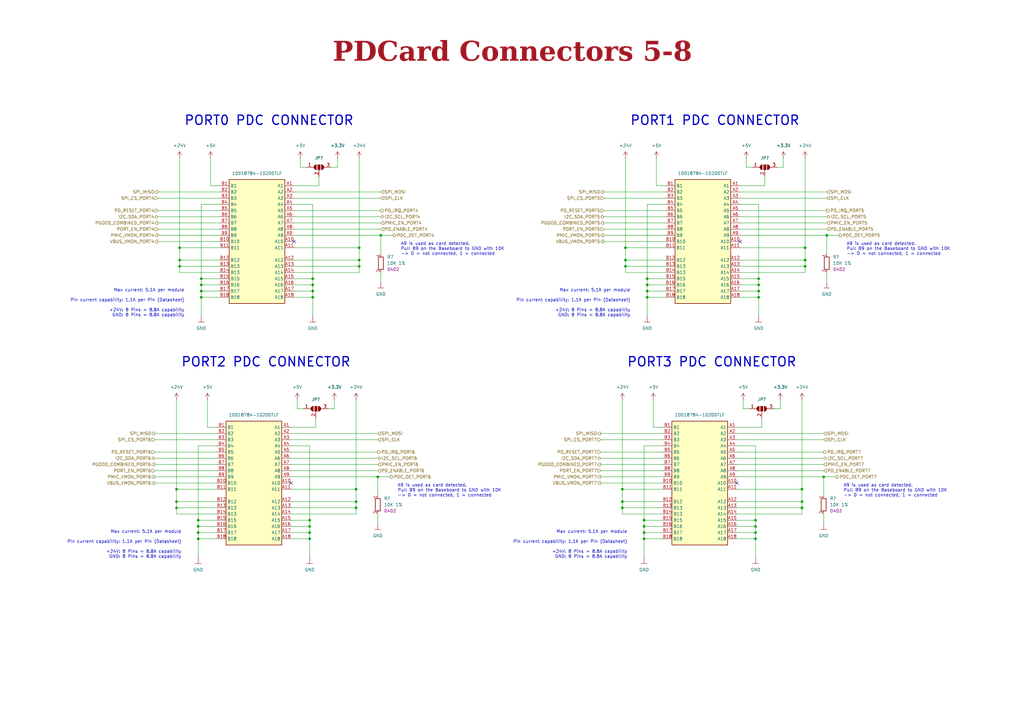
<source format=kicad_sch>
(kicad_sch (version 20250114) (generator "eeschema") (generator_version "9.0")
  (paper "A3")
  (title_block (title "PDCard Connectors 5-8") (date "2026-02-05") (rev "1.0.0") (company "DvidMakesThings"))
  (lib_symbols
    (symbol "DS_Connector:PCIe 1x Connector" (exclude_from_sim yes) (in_bom no)
      (property "Value" "10018784-10200TLF" (at -1.778 -9.144 0))
      (symbol "PCIe 1x Connector_0_1"
        (rectangle (start -3.81 43.18) (end 19.05 -7.62) (stroke (width 0.254)) (fill (type background)))
      )
      (symbol "PCIe 1x Connector_1_1"
        (pin passive line (at -7.62 40.64 0) (length 3.81) (name "B1") (number "B1"))
        (pin passive line (at -7.62 38.1 0) (length 3.81) (name "B2") (number "B2"))
        (pin passive line (at -7.62 35.56 0) (length 3.81) (name "B3") (number "B3"))
        (pin passive line (at -7.62 33.02 0) (length 3.81) (name "B4") (number "B4"))
        (pin passive line (at -7.62 30.48 0) (length 3.81) (name "B5") (number "B5"))
        (pin passive line (at -7.62 27.94 0) (length 3.81) (name "B6") (number "B6"))
        (pin passive line (at -7.62 25.4 0) (length 3.81) (name "B7") (number "B7"))
        (pin passive line (at -7.62 22.86 0) (length 3.81) (name "B8") (number "B8"))
        (pin passive line (at -7.62 20.32 0) (length 3.81) (name "B9") (number "B9"))
        (pin passive line (at -7.62 17.78 0) (length 3.81) (name "B10") (number "B10"))
        (pin passive line (at -7.62 15.24 0) (length 3.81) (name "B11") (number "B11"))
        (pin passive line (at -7.62 10.16 0) (length 3.81) (name "B12") (number "B12"))
        (pin passive line (at -7.62 7.62 0) (length 3.81) (name "B13") (number "B13"))
        (pin passive line (at -7.62 5.08 0) (length 3.81) (name "B13") (number "B14"))
        (pin passive line (at -7.62 2.54 0) (length 3.81) (name "B15") (number "B15"))
        (pin passive line (at -7.62 0 0) (length 3.81) (name "B16") (number "B16"))
        (pin passive line (at -7.62 -2.54 0) (length 3.81) (name "B17") (number "B17"))
        (pin passive line (at -7.62 -5.08 0) (length 3.81) (name "B18") (number "B18"))
        (pin passive line (at 22.86 40.64 180) (length 3.81) (name "A1") (number "A1"))
        (pin passive line (at 22.86 38.1 180) (length 3.81) (name "A2") (number "A2"))
        (pin passive line (at 22.86 35.56 180) (length 3.81) (name "A3") (number "A3"))
        (pin passive line (at 22.86 33.02 180) (length 3.81) (name "A4") (number "A4"))
        (pin passive line (at 22.86 30.48 180) (length 3.81) (name "A5") (number "A5"))
        (pin passive line (at 22.86 27.94 180) (length 3.81) (name "A6") (number "A6"))
        (pin passive line (at 22.86 25.4 180) (length 3.81) (name "A7") (number "A7"))
        (pin passive line (at 22.86 22.86 180) (length 3.81) (name "A8") (number "A8"))
        (pin passive line (at 22.86 20.32 180) (length 3.81) (name "A9") (number "A9"))
        (pin passive line (at 22.86 17.78 180) (length 3.81) (name "A10") (number "A10"))
        (pin passive line (at 22.86 15.24 180) (length 3.81) (name "A11") (number "A11"))
        (pin passive line (at 22.86 10.16 180) (length 3.81) (name "A12") (number "A12"))
        (pin passive line (at 22.86 7.62 180) (length 3.81) (name "A13") (number "A13"))
        (pin passive line (at 22.86 5.08 180) (length 3.81) (name "A14") (number "A14"))
        (pin passive line (at 22.86 2.54 180) (length 3.81) (name "A15") (number "A15"))
        (pin passive line (at 22.86 0 180) (length 3.81) (name "A16") (number "A16"))
        (pin passive line (at 22.86 -2.54 180) (length 3.81) (name "A17") (number "A17"))
        (pin passive line (at 22.86 -5.08 180) (length 3.81) (name "A18") (number "A18"))
      )
    )
    (symbol "DS_Resistor_0402:10K 1% 0402"
      (property "Reference" "R" (at 2.032 2.032 0))
      (property "Value" "10K 1%" (at 2.032 0 0))
      (property "FOOTPRINT_SHORT" "0402" (at 2.032 -2.032 0))
      (symbol "10K 1% 0402_0_1"
        (rectangle (start -1.016 2.54) (end 1.016 -2.54) (stroke (width 0.254)))
      )
      (symbol "10K 1% 0402_1_1"
        (pin passive line (at 0 3.81 270) (length 1.27) (name "~") (number "1"))
        (pin passive line (at 0 -3.81 90) (length 1.27) (name "~") (number "2"))
      )
    )
    (symbol "DS_Supply:GND" (power) (pin_numbers (hide yes)) (pin_names (offset 0) (hide yes))
      (property "Value" "GND" (at 0 -3.81 0))
      (symbol "GND_0_1"
        (polyline (pts (xy 0 0) (xy 0 -2.54) (xy 1.27 -2.54) (xy 0 -2.54) (xy -1.27 -2.54) (xy 0 -2.54)))
      )
      (symbol "GND_1_1"
        (pin power_in line (at 0 0 270) (length 0) (name "~") (number "1"))
      )
    )
    (symbol "Jumper:SolderJumper_3_Open" (pin_names (offset 0) (hide yes)) (in_bom no)
      (property "Reference" "JP" (at -2.54 -2.54 0))
      (property "Value" "SolderJumper_3_Open" (at 0 2.794 0))
      (symbol "SolderJumper_3_Open_0_1"
        (polyline (pts (xy -2.54 0) (xy -2.032 0)))
        (polyline (pts (xy -1.016 1.016) (xy -1.016 -1.016)))
        (arc (start -1.016 -1.016) (mid -2.0276 0) (end -1.016 1.016))
        (arc (start -1.016 -1.016) (mid -2.0276 0) (end -1.016 1.016) (fill (type outline)))
        (rectangle (start -0.508 1.016) (end 0.508 -1.016) (fill (type outline)))
        (polyline (pts (xy 0 -1.27) (xy 0 -1.016)))
        (arc (start 1.016 1.016) (mid 2.0276 0) (end 1.016 -1.016))
        (arc (start 1.016 1.016) (mid 2.0276 0) (end 1.016 -1.016) (fill (type outline)))
        (polyline (pts (xy 1.016 1.016) (xy 1.016 -1.016)))
        (polyline (pts (xy 2.54 0) (xy 2.032 0)))
      )
      (symbol "SolderJumper_3_Open_1_1"
        (pin passive line (at -5.08 0 0) (length 2.54) (name "A") (number "1"))
        (pin passive line (at 0 -3.81 90) (length 2.54) (name "C") (number "2"))
        (pin passive line (at 5.08 0 180) (length 2.54) (name "B") (number "3"))
      )
    )
    (symbol "power:+24V" (power) (pin_numbers (hide yes)) (pin_names (offset 0) (hide yes))
      (property "Value" "+24V" (at 0 3.556 0))
      (symbol "+24V_0_1"
        (polyline (pts (xy -0.762 1.27) (xy 0 2.54)))
        (polyline (pts (xy 0 2.54) (xy 0.762 1.27)))
        (polyline (pts (xy 0 0) (xy 0 2.54)))
      )
      (symbol "+24V_1_1"
        (pin power_in line (at 0 0 90) (length 0) (name "~") (number "1"))
      )
    )
    (symbol "power:+3.3V" (power) (pin_numbers (hide yes)) (pin_names (offset 0) (hide yes))
      (property "Value" "+3.3V" (at 0 3.556 0))
      (symbol "+3.3V_0_1"
        (polyline (pts (xy -0.762 1.27) (xy 0 2.54)))
        (polyline (pts (xy 0 2.54) (xy 0.762 1.27)))
        (polyline (pts (xy 0 0) (xy 0 2.54)))
      )
      (symbol "+3.3V_1_1"
        (pin power_in line (at 0 0 90) (length 0) (name "~") (number "1"))
      )
    )
    (symbol "power:+5V" (power) (pin_numbers (hide yes)) (pin_names (offset 0) (hide yes))
      (property "Value" "+5V" (at 0 3.556 0))
      (symbol "+5V_0_1"
        (polyline (pts (xy -0.762 1.27) (xy 0 2.54)))
        (polyline (pts (xy 0 2.54) (xy 0.762 1.27)))
        (polyline (pts (xy 0 0) (xy 0 2.54)))
      )
      (symbol "+5V_1_1"
        (pin power_in line (at 0 0 90) (length 0) (name "~") (number "1"))
      )
    )
  )
  (text "A9 is used as card detected.\nPull B9 on the Baseboard to GND with 10K\n-> 0 = not connected, 1 = connected" (at 163.068 201.168 0) (effects (font (size 1.27 1.27)) (justify left)))
  (text "Max current: 5.1A per module\n\nPin current capability: 1.1A per Pin (Datasheet)\n\n+24V: 8 Pins = 8.8A capability\nGND: 8 Pins = 8.8A capability" (at 75.692 124.206 0) (effects (font (size 1.27 1.27)) (justify right)))
  (text "PORT1 PDC CONNECTOR" (at 258.318 49.53 0) (effects (font (size 3.81 3.81) (thickness 0.508) (bold yes)) (justify left)))
  (text "A9 is used as card detected.\nPull B9 on the Baseboard to GND with 10K\n-> 0 = not connected, 1 = connected" (at 345.948 201.168 0) (effects (font (size 1.27 1.27)) (justify left)))
  (text "PORT3 PDC CONNECTOR" (at 257.048 148.59 0) (effects (font (size 3.81 3.81) (thickness 0.508) (bold yes)) (justify left)))
  (text "Max current: 5.1A per module\n\nPin current capability: 1.1A per Pin (Datasheet)\n\n+24V: 8 Pins = 8.8A capability\nGND: 8 Pins = 8.8A capability" (at 258.572 124.206 0) (effects (font (size 1.27 1.27)) (justify right)))
  (text "A9 is used as card detected.\nPull B9 on the Baseboard to GND with 10K\n-> 0 = not connected, 1 = connected" (at 347.218 102.108 0) (effects (font (size 1.27 1.27)) (justify left)))
  (text "PORT0 PDC CONNECTOR" (at 75.438 49.53 0) (effects (font (size 3.81 3.81) (thickness 0.508) (bold yes)) (justify left)))
  (text "A9 is used as card detected.\nPull B9 on the Baseboard to GND with 10K\n-> 0 = not connected, 1 = connected" (at 164.338 102.108 0) (effects (font (size 1.27 1.27)) (justify left)))
  (text "PORT2 PDC CONNECTOR" (at 74.168 148.59 0) (effects (font (size 3.81 3.81) (thickness 0.508) (bold yes)) (justify left)))
  (text "Max current: 5.1A per module\n\nPin current capability: 1.1A per Pin (Datasheet)\n\n+24V: 8 Pins = 8.8A capability\nGND: 8 Pins = 8.8A capability" (at 257.302 223.266 0) (effects (font (size 1.27 1.27)) (justify right)))
  (text "Max current: 5.1A per module\n\nPin current capability: 1.1A per Pin (Datasheet)\n\n+24V: 8 Pins = 8.8A capability\nGND: 8 Pins = 8.8A capability" (at 74.422 223.266 0) (effects (font (size 1.27 1.27)) (justify right)))
  (text_box "PDCard Connectors 5-8" (at 12.7 15.24 0) (size 394.97 12.7) (margins 5.9999 5.9999 5.9999 5.9999) (stroke (width -0.0001)) (effects (font (size 8 8) (thickness 1.2) (bold yes))))
  (junction (at 328.93 208.28))
  (junction (at 311.15 121.92))
  (junction (at 82.55 116.84))
  (junction (at 73.66 101.6))
  (junction (at 255.27 208.28))
  (junction (at 154.94 195.58))
  (junction (at 309.88 218.44))
  (junction (at 265.43 121.92))
  (junction (at 256.54 109.22))
  (junction (at 256.54 106.68))
  (junction (at 264.16 220.98))
  (junction (at 311.15 119.38))
  (junction (at 311.15 114.3))
  (junction (at 256.54 101.6))
  (junction (at 147.32 106.68))
  (junction (at 72.39 205.74))
  (junction (at 127 218.44))
  (junction (at 309.88 215.9))
  (junction (at 146.05 205.74))
  (junction (at 81.28 218.44))
  (junction (at 147.32 109.22))
  (junction (at 82.55 114.3))
  (junction (at 311.15 116.84))
  (junction (at 330.2 101.6))
  (junction (at 264.16 218.44))
  (junction (at 72.39 208.28))
  (junction (at 82.55 121.92))
  (junction (at 147.32 101.6))
  (junction (at 265.43 119.38))
  (junction (at 82.55 119.38))
  (junction (at 339.09 96.52))
  (junction (at 309.88 213.36))
  (junction (at 255.27 205.74))
  (junction (at 146.05 200.66))
  (junction (at 146.05 208.28))
  (junction (at 328.93 205.74))
  (junction (at 81.28 220.98))
  (junction (at 73.66 106.68))
  (junction (at 128.27 121.92))
  (junction (at 255.27 200.66))
  (junction (at 128.27 119.38))
  (junction (at 330.2 109.22))
  (junction (at 127 215.9))
  (junction (at 337.82 195.58))
  (junction (at 265.43 116.84))
  (junction (at 73.66 109.22))
  (junction (at 328.93 200.66))
  (junction (at 128.27 116.84))
  (junction (at 330.2 106.68))
  (junction (at 264.16 213.36))
  (junction (at 72.39 200.66))
  (junction (at 264.16 215.9))
  (junction (at 309.88 220.98))
  (junction (at 128.27 114.3))
  (junction (at 127 213.36))
  (junction (at 265.43 114.3))
  (junction (at 81.28 215.9))
  (junction (at 156.21 96.52))
  (junction (at 81.28 213.36))
  (junction (at 127 220.98))
  (no_connect (at 302.26 198.12))
  (no_connect (at 119.38 198.12))
  (no_connect (at 303.53 99.06))
  (no_connect (at 120.65 99.06))
  (wire (pts (xy 328.93 208.28) (xy 328.93 210.82)))
  (wire (pts (xy 246.38 198.12) (xy 271.78 198.12)))
  (wire (pts (xy 154.94 214.63) (xy 154.94 210.82)))
  (wire (pts (xy 64.77 88.9) (xy 90.17 88.9)))
  (wire (pts (xy 247.65 81.28) (xy 273.05 81.28)))
  (wire (pts (xy 81.28 213.36) (xy 81.28 215.9)))
  (wire (pts (xy 121.92 167.64) (xy 124.46 167.64)))
  (wire (pts (xy 303.53 88.9) (xy 339.09 88.9)))
  (wire (pts (xy 246.38 180.34) (xy 271.78 180.34)))
  (wire (pts (xy 156.21 115.57) (xy 156.21 111.76)))
  (wire (pts (xy 119.38 220.98) (xy 127 220.98)))
  (wire (pts (xy 337.82 214.63) (xy 337.82 210.82)))
  (wire (pts (xy 264.16 215.9) (xy 271.78 215.9)))
  (wire (pts (xy 309.88 182.88) (xy 309.88 213.36)))
  (wire (pts (xy 302.26 190.5) (xy 337.82 190.5)))
  (wire (pts (xy 302.26 210.82) (xy 328.93 210.82)))
  (wire (pts (xy 311.15 121.92) (xy 311.15 129.54)))
  (wire (pts (xy 137.16 163.83) (xy 137.16 167.64)))
  (wire (pts (xy 265.43 83.82) (xy 265.43 114.3)))
  (wire (pts (xy 90.17 111.76) (xy 73.66 111.76)))
  (wire (pts (xy 247.65 99.06) (xy 273.05 99.06)))
  (wire (pts (xy 82.55 114.3) (xy 82.55 116.84)))
  (wire (pts (xy 265.43 119.38) (xy 273.05 119.38)))
  (wire (pts (xy 119.38 218.44) (xy 127 218.44)))
  (wire (pts (xy 147.32 106.68) (xy 147.32 109.22)))
  (wire (pts (xy 81.28 218.44) (xy 81.28 220.98)))
  (wire (pts (xy 120.65 81.28) (xy 156.21 81.28)))
  (wire (pts (xy 63.5 195.58) (xy 88.9 195.58)))
  (wire (pts (xy 81.28 220.98) (xy 88.9 220.98)))
  (wire (pts (xy 309.88 215.9) (xy 309.88 218.44)))
  (wire (pts (xy 267.97 163.83) (xy 267.97 175.26)))
  (wire (pts (xy 120.65 116.84) (xy 128.27 116.84)))
  (wire (pts (xy 81.28 215.9) (xy 81.28 218.44)))
  (wire (pts (xy 147.32 106.68) (xy 147.32 101.6)))
  (wire (pts (xy 273.05 114.3) (xy 265.43 114.3)))
  (wire (pts (xy 247.65 86.36) (xy 273.05 86.36)))
  (wire (pts (xy 72.39 210.82) (xy 72.39 208.28)))
  (wire (pts (xy 120.65 121.92) (xy 128.27 121.92)))
  (wire (pts (xy 63.5 185.42) (xy 88.9 185.42)))
  (wire (pts (xy 138.43 64.77) (xy 138.43 68.58)))
  (wire (pts (xy 88.9 210.82) (xy 72.39 210.82)))
  (wire (pts (xy 271.78 208.28) (xy 255.27 208.28)))
  (wire (pts (xy 273.05 109.22) (xy 256.54 109.22)))
  (wire (pts (xy 264.16 182.88) (xy 264.16 213.36)))
  (wire (pts (xy 82.55 116.84) (xy 82.55 119.38)))
  (wire (pts (xy 330.2 101.6) (xy 330.2 64.77)))
  (wire (pts (xy 88.9 205.74) (xy 72.39 205.74)))
  (wire (pts (xy 302.26 215.9) (xy 309.88 215.9)))
  (wire (pts (xy 302.26 200.66) (xy 328.93 200.66)))
  (wire (pts (xy 273.05 83.82) (xy 265.43 83.82)))
  (wire (pts (xy 303.53 91.44) (xy 339.09 91.44)))
  (wire (pts (xy 320.04 163.83) (xy 320.04 167.64)))
  (wire (pts (xy 120.65 76.2) (xy 130.81 76.2)))
  (wire (pts (xy 120.65 109.22) (xy 147.32 109.22)))
  (wire (pts (xy 311.15 116.84) (xy 311.15 119.38)))
  (wire (pts (xy 73.66 101.6) (xy 73.66 106.68)))
  (wire (pts (xy 303.53 93.98) (xy 339.09 93.98)))
  (wire (pts (xy 247.65 88.9) (xy 273.05 88.9)))
  (wire (pts (xy 309.88 220.98) (xy 309.88 228.6)))
  (wire (pts (xy 128.27 114.3) (xy 128.27 116.84)))
  (wire (pts (xy 127 182.88) (xy 127 213.36)))
  (wire (pts (xy 134.62 167.64) (xy 137.16 167.64)))
  (wire (pts (xy 64.77 91.44) (xy 90.17 91.44)))
  (wire (pts (xy 264.16 220.98) (xy 264.16 228.6)))
  (wire (pts (xy 120.65 111.76) (xy 147.32 111.76)))
  (wire (pts (xy 90.17 106.68) (xy 73.66 106.68)))
  (wire (pts (xy 302.26 220.98) (xy 309.88 220.98)))
  (wire (pts (xy 303.53 96.52) (xy 339.09 96.52)))
  (wire (pts (xy 154.94 195.58) (xy 154.94 203.2)))
  (wire (pts (xy 119.38 195.58) (xy 154.94 195.58)))
  (wire (pts (xy 330.2 109.22) (xy 330.2 111.76)))
  (wire (pts (xy 255.27 210.82) (xy 255.27 208.28)))
  (wire (pts (xy 90.17 109.22) (xy 73.66 109.22)))
  (wire (pts (xy 303.53 106.68) (xy 330.2 106.68)))
  (wire (pts (xy 123.19 64.77) (xy 123.19 68.58)))
  (wire (pts (xy 302.26 177.8) (xy 337.82 177.8)))
  (wire (pts (xy 302.26 218.44) (xy 309.88 218.44)))
  (wire (pts (xy 86.36 64.77) (xy 86.36 76.2)))
  (wire (pts (xy 120.65 86.36) (xy 156.21 86.36)))
  (wire (pts (xy 265.43 121.92) (xy 273.05 121.92)))
  (wire (pts (xy 120.65 93.98) (xy 156.21 93.98)))
  (wire (pts (xy 119.38 177.8) (xy 154.94 177.8)))
  (wire (pts (xy 264.16 218.44) (xy 271.78 218.44)))
  (wire (pts (xy 119.38 175.26) (xy 129.54 175.26)))
  (wire (pts (xy 328.93 205.74) (xy 328.93 200.66)))
  (wire (pts (xy 246.38 193.04) (xy 271.78 193.04)))
  (wire (pts (xy 247.65 91.44) (xy 273.05 91.44)))
  (wire (pts (xy 265.43 114.3) (xy 265.43 116.84)))
  (wire (pts (xy 271.78 205.74) (xy 255.27 205.74)))
  (wire (pts (xy 120.65 106.68) (xy 147.32 106.68)))
  (wire (pts (xy 302.26 180.34) (xy 337.82 180.34)))
  (wire (pts (xy 302.26 185.42) (xy 337.82 185.42)))
  (wire (pts (xy 72.39 200.66) (xy 88.9 200.66)))
  (wire (pts (xy 269.24 64.77) (xy 269.24 76.2)))
  (wire (pts (xy 302.26 187.96) (xy 337.82 187.96)))
  (wire (pts (xy 147.32 109.22) (xy 147.32 111.76)))
  (wire (pts (xy 120.65 101.6) (xy 147.32 101.6)))
  (wire (pts (xy 63.5 180.34) (xy 88.9 180.34)))
  (wire (pts (xy 302.26 205.74) (xy 328.93 205.74)))
  (wire (pts (xy 120.65 114.3) (xy 128.27 114.3)))
  (wire (pts (xy 63.5 193.04) (xy 88.9 193.04)))
  (wire (pts (xy 119.38 182.88) (xy 127 182.88)))
  (wire (pts (xy 303.53 111.76) (xy 330.2 111.76)))
  (wire (pts (xy 256.54 64.77) (xy 256.54 101.6)))
  (wire (pts (xy 264.16 220.98) (xy 271.78 220.98)))
  (wire (pts (xy 88.9 208.28) (xy 72.39 208.28)))
  (wire (pts (xy 128.27 121.92) (xy 128.27 129.54)))
  (wire (pts (xy 156.21 96.52) (xy 161.29 96.52)))
  (wire (pts (xy 81.28 215.9) (xy 88.9 215.9)))
  (wire (pts (xy 127 213.36) (xy 127 215.9)))
  (wire (pts (xy 246.38 177.8) (xy 271.78 177.8)))
  (wire (pts (xy 120.65 83.82) (xy 128.27 83.82)))
  (wire (pts (xy 128.27 83.82) (xy 128.27 114.3)))
  (wire (pts (xy 246.38 195.58) (xy 271.78 195.58)))
  (wire (pts (xy 328.93 205.74) (xy 328.93 208.28)))
  (wire (pts (xy 119.38 208.28) (xy 146.05 208.28)))
  (wire (pts (xy 304.8 167.64) (xy 307.34 167.64)))
  (wire (pts (xy 119.38 200.66) (xy 146.05 200.66)))
  (wire (pts (xy 85.09 163.83) (xy 85.09 175.26)))
  (wire (pts (xy 247.65 78.74) (xy 273.05 78.74)))
  (wire (pts (xy 311.15 119.38) (xy 311.15 121.92)))
  (wire (pts (xy 339.09 115.57) (xy 339.09 111.76)))
  (wire (pts (xy 303.53 86.36) (xy 339.09 86.36)))
  (wire (pts (xy 123.19 68.58) (xy 125.73 68.58)))
  (wire (pts (xy 128.27 119.38) (xy 128.27 121.92)))
  (wire (pts (xy 73.66 109.22) (xy 73.66 106.68)))
  (wire (pts (xy 246.38 190.5) (xy 271.78 190.5)))
  (wire (pts (xy 265.43 119.38) (xy 265.43 121.92)))
  (wire (pts (xy 90.17 83.82) (xy 82.55 83.82)))
  (wire (pts (xy 302.26 193.04) (xy 337.82 193.04)))
  (wire (pts (xy 312.42 175.26) (xy 312.42 171.45)))
  (wire (pts (xy 121.92 163.83) (xy 121.92 167.64)))
  (wire (pts (xy 82.55 83.82) (xy 82.55 114.3)))
  (wire (pts (xy 303.53 114.3) (xy 311.15 114.3)))
  (wire (pts (xy 271.78 213.36) (xy 264.16 213.36)))
  (wire (pts (xy 129.54 175.26) (xy 129.54 171.45)))
  (wire (pts (xy 302.26 213.36) (xy 309.88 213.36)))
  (wire (pts (xy 255.27 200.66) (xy 271.78 200.66)))
  (wire (pts (xy 321.31 64.77) (xy 321.31 68.58)))
  (wire (pts (xy 135.89 68.58) (xy 138.43 68.58)))
  (wire (pts (xy 90.17 76.2) (xy 86.36 76.2)))
  (wire (pts (xy 88.9 175.26) (xy 85.09 175.26)))
  (wire (pts (xy 309.88 218.44) (xy 309.88 220.98)))
  (wire (pts (xy 72.39 163.83) (xy 72.39 200.66)))
  (wire (pts (xy 127 215.9) (xy 127 218.44)))
  (wire (pts (xy 304.8 163.83) (xy 304.8 167.64)))
  (wire (pts (xy 265.43 121.92) (xy 265.43 129.54)))
  (wire (pts (xy 63.5 177.8) (xy 88.9 177.8)))
  (wire (pts (xy 246.38 185.42) (xy 271.78 185.42)))
  (wire (pts (xy 303.53 81.28) (xy 339.09 81.28)))
  (wire (pts (xy 90.17 114.3) (xy 82.55 114.3)))
  (wire (pts (xy 264.16 213.36) (xy 264.16 215.9)))
  (wire (pts (xy 303.53 76.2) (xy 313.69 76.2)))
  (wire (pts (xy 120.65 91.44) (xy 156.21 91.44)))
  (wire (pts (xy 64.77 99.06) (xy 90.17 99.06)))
  (wire (pts (xy 317.5 167.64) (xy 320.04 167.64)))
  (wire (pts (xy 127 220.98) (xy 127 228.6)))
  (wire (pts (xy 63.5 187.96) (xy 88.9 187.96)))
  (wire (pts (xy 72.39 208.28) (xy 72.39 205.74)))
  (wire (pts (xy 306.07 68.58) (xy 308.61 68.58)))
  (wire (pts (xy 246.38 187.96) (xy 271.78 187.96)))
  (wire (pts (xy 82.55 119.38) (xy 90.17 119.38)))
  (wire (pts (xy 255.27 163.83) (xy 255.27 200.66)))
  (wire (pts (xy 302.26 195.58) (xy 337.82 195.58)))
  (wire (pts (xy 64.77 93.98) (xy 90.17 93.98)))
  (wire (pts (xy 256.54 101.6) (xy 256.54 106.68)))
  (wire (pts (xy 154.94 195.58) (xy 160.02 195.58)))
  (wire (pts (xy 64.77 86.36) (xy 90.17 86.36)))
  (wire (pts (xy 120.65 96.52) (xy 156.21 96.52)))
  (wire (pts (xy 119.38 205.74) (xy 146.05 205.74)))
  (wire (pts (xy 81.28 218.44) (xy 88.9 218.44)))
  (wire (pts (xy 306.07 64.77) (xy 306.07 68.58)))
  (wire (pts (xy 63.5 198.12) (xy 88.9 198.12)))
  (wire (pts (xy 156.21 96.52) (xy 156.21 104.14)))
  (wire (pts (xy 339.09 96.52) (xy 339.09 104.14)))
  (wire (pts (xy 264.16 218.44) (xy 264.16 220.98)))
  (wire (pts (xy 313.69 76.2) (xy 313.69 72.39)))
  (wire (pts (xy 119.38 187.96) (xy 154.94 187.96)))
  (wire (pts (xy 119.38 190.5) (xy 154.94 190.5)))
  (wire (pts (xy 303.53 119.38) (xy 311.15 119.38)))
  (wire (pts (xy 339.09 96.52) (xy 344.17 96.52)))
  (wire (pts (xy 302.26 182.88) (xy 309.88 182.88)))
  (wire (pts (xy 328.93 200.66) (xy 328.93 163.83)))
  (wire (pts (xy 73.66 101.6) (xy 90.17 101.6)))
  (wire (pts (xy 302.26 175.26) (xy 312.42 175.26)))
  (wire (pts (xy 146.05 205.74) (xy 146.05 208.28)))
  (wire (pts (xy 303.53 116.84) (xy 311.15 116.84)))
  (wire (pts (xy 303.53 121.92) (xy 311.15 121.92)))
  (wire (pts (xy 303.53 78.74) (xy 339.09 78.74)))
  (wire (pts (xy 88.9 213.36) (xy 81.28 213.36)))
  (wire (pts (xy 146.05 205.74) (xy 146.05 200.66)))
  (wire (pts (xy 337.82 195.58) (xy 337.82 203.2)))
  (wire (pts (xy 119.38 193.04) (xy 154.94 193.04)))
  (wire (pts (xy 72.39 200.66) (xy 72.39 205.74)))
  (wire (pts (xy 330.2 106.68) (xy 330.2 109.22)))
  (wire (pts (xy 119.38 215.9) (xy 127 215.9)))
  (wire (pts (xy 73.66 64.77) (xy 73.66 101.6)))
  (wire (pts (xy 63.5 190.5) (xy 88.9 190.5)))
  (wire (pts (xy 146.05 200.66) (xy 146.05 163.83)))
  (wire (pts (xy 255.27 200.66) (xy 255.27 205.74)))
  (wire (pts (xy 256.54 109.22) (xy 256.54 106.68)))
  (wire (pts (xy 119.38 180.34) (xy 154.94 180.34)))
  (wire (pts (xy 265.43 116.84) (xy 265.43 119.38)))
  (wire (pts (xy 88.9 182.88) (xy 81.28 182.88)))
  (wire (pts (xy 64.77 78.74) (xy 90.17 78.74)))
  (wire (pts (xy 303.53 83.82) (xy 311.15 83.82)))
  (wire (pts (xy 82.55 119.38) (xy 82.55 121.92)))
  (wire (pts (xy 318.77 68.58) (xy 321.31 68.58)))
  (wire (pts (xy 256.54 101.6) (xy 273.05 101.6)))
  (wire (pts (xy 273.05 111.76) (xy 256.54 111.76)))
  (wire (pts (xy 119.38 210.82) (xy 146.05 210.82)))
  (wire (pts (xy 309.88 213.36) (xy 309.88 215.9)))
  (wire (pts (xy 119.38 213.36) (xy 127 213.36)))
  (wire (pts (xy 127 218.44) (xy 127 220.98)))
  (wire (pts (xy 247.65 96.52) (xy 273.05 96.52)))
  (wire (pts (xy 128.27 116.84) (xy 128.27 119.38)))
  (wire (pts (xy 64.77 96.52) (xy 90.17 96.52)))
  (wire (pts (xy 311.15 114.3) (xy 311.15 116.84)))
  (wire (pts (xy 255.27 208.28) (xy 255.27 205.74)))
  (wire (pts (xy 265.43 116.84) (xy 273.05 116.84)))
  (wire (pts (xy 81.28 220.98) (xy 81.28 228.6)))
  (wire (pts (xy 64.77 81.28) (xy 90.17 81.28)))
  (wire (pts (xy 302.26 208.28) (xy 328.93 208.28)))
  (wire (pts (xy 264.16 215.9) (xy 264.16 218.44)))
  (wire (pts (xy 82.55 116.84) (xy 90.17 116.84)))
  (wire (pts (xy 311.15 83.82) (xy 311.15 114.3)))
  (wire (pts (xy 130.81 76.2) (xy 130.81 72.39)))
  (wire (pts (xy 271.78 182.88) (xy 264.16 182.88)))
  (wire (pts (xy 273.05 76.2) (xy 269.24 76.2)))
  (wire (pts (xy 146.05 208.28) (xy 146.05 210.82)))
  (wire (pts (xy 303.53 109.22) (xy 330.2 109.22)))
  (wire (pts (xy 120.65 78.74) (xy 156.21 78.74)))
  (wire (pts (xy 271.78 210.82) (xy 255.27 210.82)))
  (wire (pts (xy 247.65 93.98) (xy 273.05 93.98)))
  (wire (pts (xy 120.65 119.38) (xy 128.27 119.38)))
  (wire (pts (xy 81.28 182.88) (xy 81.28 213.36)))
  (wire (pts (xy 303.53 101.6) (xy 330.2 101.6)))
  (wire (pts (xy 273.05 106.68) (xy 256.54 106.68)))
  (wire (pts (xy 147.32 101.6) (xy 147.32 64.77)))
  (wire (pts (xy 120.65 88.9) (xy 156.21 88.9)))
  (wire (pts (xy 337.82 195.58) (xy 342.9 195.58)))
  (wire (pts (xy 256.54 111.76) (xy 256.54 109.22)))
  (wire (pts (xy 82.55 121.92) (xy 82.55 129.54)))
  (wire (pts (xy 82.55 121.92) (xy 90.17 121.92)))
  (wire (pts (xy 330.2 106.68) (xy 330.2 101.6)))
  (wire (pts (xy 119.38 185.42) (xy 154.94 185.42)))
  (wire (pts (xy 73.66 111.76) (xy 73.66 109.22)))
  (wire (pts (xy 271.78 175.26) (xy 267.97 175.26)))
  (hierarchical_label "I2C_SCL_PORT5" (shape bidirectional) (at 339.09 88.9 0))
  (hierarchical_label "SPI_MISO" (shape output) (at 64.77 78.74 180))
  (hierarchical_label "PDC_DET_PORT6" (shape output) (at 160.02 195.58 0))
  (hierarchical_label "I2C_SCL_PORT4" (shape bidirectional) (at 156.21 88.9 0))
  (hierarchical_label "PGOOD_COMBINED_PORT7" (shape output) (at 246.38 190.5 180))
  (hierarchical_label "I2C_SDA_PORT4" (shape bidirectional) (at 64.77 88.9 180))
  (hierarchical_label "SPI_MISO" (shape output) (at 247.65 78.74 180))
  (hierarchical_label "SPI_MISO" (shape output) (at 246.38 177.8 180))
  (hierarchical_label "SPI_CLK" (shape input) (at 154.94 180.34 0))
  (hierarchical_label "PDC_DET_PORT7" (shape output) (at 342.9 195.58 0))
  (hierarchical_label "PD_RESET_PORT6" (shape input) (at 63.5 185.42 180))
  (hierarchical_label "PMIC_EN_PORT7" (shape input) (at 337.82 190.5 0))
  (hierarchical_label "PDC_DET_PORT4" (shape output) (at 161.29 96.52 0))
  (hierarchical_label "PORT_EN_PORT6" (shape input) (at 63.5 193.04 180))
  (hierarchical_label "PMIC_EN_PORT6" (shape input) (at 154.94 190.5 0))
  (hierarchical_label "PD_ENABLE_PORT4" (shape input) (at 156.21 93.98 0))
  (hierarchical_label "SPI_MOSI" (shape input) (at 337.82 177.8 0))
  (hierarchical_label "PD_IRQ_PORT6" (shape output) (at 154.94 185.42 0))
  (hierarchical_label "VBUS_VMON_PORT4" (shape output) (at 64.77 99.06 180))
  (hierarchical_label "SPI_MOSI" (shape input) (at 154.94 177.8 0))
  (hierarchical_label "SPI_CS_PORT6" (shape input) (at 63.5 180.34 180))
  (hierarchical_label "I2C_SDA_PORT7" (shape bidirectional) (at 246.38 187.96 180))
  (hierarchical_label "SPI_CLK" (shape input) (at 339.09 81.28 0))
  (hierarchical_label "SPI_MISO" (shape output) (at 63.5 177.8 180))
  (hierarchical_label "PD_IRQ_PORT5" (shape output) (at 339.09 86.36 0))
  (hierarchical_label "PORT_EN_PORT4" (shape input) (at 64.77 93.98 180))
  (hierarchical_label "PMIC_VMON_PORT5" (shape output) (at 247.65 96.52 180))
  (hierarchical_label "PORT_EN_PORT7" (shape input) (at 246.38 193.04 180))
  (hierarchical_label "PGOOD_COMBINED_PORT5" (shape output) (at 247.65 91.44 180))
  (hierarchical_label "PD_ENABLE_PORT6" (shape input) (at 154.94 193.04 0))
  (hierarchical_label "PGOOD_COMBINED_PORT6" (shape output) (at 63.5 190.5 180))
  (hierarchical_label "PDC_DET_PORT5" (shape output) (at 344.17 96.52 0))
  (hierarchical_label "PD_IRQ_PORT4" (shape output) (at 156.21 86.36 0))
  (hierarchical_label "SPI_CLK" (shape input) (at 156.21 81.28 0))
  (hierarchical_label "SPI_CS_PORT5" (shape input) (at 247.65 81.28 180))
  (hierarchical_label "PMIC_VMON_PORT6" (shape output) (at 63.5 195.58 180))
  (hierarchical_label "I2C_SCL_PORT7" (shape bidirectional) (at 337.82 187.96 0))
  (hierarchical_label "SPI_MOSI" (shape input) (at 156.21 78.74 0))
  (hierarchical_label "PD_IRQ_PORT7" (shape output) (at 337.82 185.42 0))
  (hierarchical_label "PD_ENABLE_PORT7" (shape input) (at 337.82 193.04 0))
  (hierarchical_label "I2C_SCL_PORT6" (shape bidirectional) (at 154.94 187.96 0))
  (hierarchical_label "SPI_CLK" (shape input) (at 337.82 180.34 0))
  (hierarchical_label "PD_RESET_PORT7" (shape input) (at 246.38 185.42 180))
  (hierarchical_label "PMIC_VMON_PORT4" (shape output) (at 64.77 96.52 180))
  (hierarchical_label "VBUS_VMON_PORT5" (shape output) (at 247.65 99.06 180))
  (hierarchical_label "PD_ENABLE_PORT5" (shape input) (at 339.09 93.98 0))
  (hierarchical_label "PMIC_EN_PORT4" (shape input) (at 156.21 91.44 0))
  (hierarchical_label "SPI_CS_PORT4" (shape input) (at 64.77 81.28 180))
  (hierarchical_label "PGOOD_COMBINED_PORT4" (shape output) (at 64.77 91.44 180))
  (hierarchical_label "VBUS_VMON_PORT6" (shape output) (at 63.5 198.12 180))
  (hierarchical_label "SPI_CS_PORT7" (shape input) (at 246.38 180.34 180))
  (hierarchical_label "PMIC_EN_PORT5" (shape input) (at 339.09 91.44 0))
  (hierarchical_label "I2C_SDA_PORT6" (shape bidirectional) (at 63.5 187.96 180))
  (hierarchical_label "PORT_EN_PORT5" (shape input) (at 247.65 93.98 180))
  (hierarchical_label "SPI_MOSI" (shape input) (at 339.09 78.74 0))
  (hierarchical_label "PD_RESET_PORT5" (shape input) (at 247.65 86.36 180))
  (hierarchical_label "I2C_SDA_PORT5" (shape bidirectional) (at 247.65 88.9 180))
  (hierarchical_label "VBUS_VMON_PORT7" (shape output) (at 246.38 198.12 180))
  (hierarchical_label "PD_RESET_PORT4" (shape input) (at 64.77 86.36 180))
  (hierarchical_label "PMIC_VMON_PORT7" (shape output) (at 246.38 195.58 180))
  (symbol (lib_id "DS_Supply:GND") (at 128.27 129.54 0) (unit 1)
    (property "Reference" "#PWR?" (effects (hide yes)))
    (property "Value" "GND" (at 128.27 134.62 0))
    (property "Description" "Power symbol creates a global label with name \"GND\" , ground" (effects (hide yes)))
  )
  (symbol (lib_id "power:+3.3V") (at 138.43 64.77 0) (unit 1)
    (property "Reference" "#PWR?" (effects (hide yes)))
    (property "Value" "+3.3V" (at 138.43 59.69 0))
    (property "Description" "Power symbol creates a global label with name \"+3.3V\"" (effects (hide yes)))
  )
  (symbol (lib_id "DS_Connector:PCIe 1x Connector") (at 279.4 215.9 0) (unit 1) (exclude_from_sim yes) (in_bom no)
    (property "Reference" "J?" (effects (hide yes)))
    (property "Value" "10018784-10200TLF" (at 287.02 170.18 0))
    (property "Footprint" "DS_Connector:AMPHENOL_10018784-10210TLF" (effects (hide yes)))
    (property "Datasheet" "https://www.waldom.com/upload/parts/datasheets/mf-fci/fci-10018784-10200tlf.pdf" (effects (hide yes)))
    (property "Description" "36 Position Female Connector PCI Express Gold 0.039\" (1.00mm) Black" (effects (hide yes)))
    (property "LCSC_PART" "C5437695" (effects (hide yes)))
    (property "MPN" "10018784-10200TLF " (effects (hide yes)))
    (property "MFR" "Amphenol ICC (FCI)" (effects (hide yes)))
    (property "ROHS" "YES" (effects (hide yes)))
    (property "DIST1" "https://www.digikey.de/en/products/detail/amphenol-cs-fci/10018784-10200TLF/1002340" (effects (hide yes)))
  )
  (symbol (lib_id "DS_Supply:GND") (at 337.82 214.63 0) (unit 1)
    (property "Reference" "#PWR?" (effects (hide yes)))
    (property "Value" "GND" (at 337.82 219.71 0))
    (property "Description" "Power symbol creates a global label with name \"GND\" , ground" (effects (hide yes)))
  )
  (symbol (lib_id "power:+24V") (at 328.93 163.83 0) (unit 1)
    (property "Reference" "#PWR?" (effects (hide yes)))
    (property "Value" "+24V" (at 328.93 158.75 0))
    (property "Description" "Power symbol creates a global label with name \"+24V\"" (effects (hide yes)))
  )
  (symbol (lib_id "DS_Resistor_0402:10K 1% 0402") (at 337.82 207.01 0) (unit 1)
    (property "Reference" "R?" (at 340.36 204.4699 0) (effects (justify left)))
    (property "Value" "10K 1%" (at 340.36 207.0099 0) (effects (justify left)))
    (property "Footprint" "Resistor_SMD:R_0402_1005Metric" (effects (hide yes)))
    (property "Description" "62.5mW Thick Film Resistors 50V ±100ppm/℃ ±1% 10kΩ 0402 Chip Resistor - Surface Mount ROHS" (effects (hide yes)))
    (property "LCSC_PART" "C25744" (effects (hide yes)))
    (property "ROHS" "YES" (effects (hide yes)))
    (property "FOOTPRINT_SHORT" "0402" (at 340.36 209.5499 0) (effects (justify left)))
    (property "MFR" "ROHM" (effects (hide yes)))
  )
  (symbol (lib_id "power:+24V") (at 255.27 163.83 0) (unit 1)
    (property "Reference" "#PWR?" (effects (hide yes)))
    (property "Value" "+24V" (at 255.27 158.75 0))
    (property "Description" "Power symbol creates a global label with name \"+24V\"" (effects (hide yes)))
  )
  (symbol (lib_id "power:+24V") (at 147.32 64.77 0) (unit 1)
    (property "Reference" "#PWR?" (effects (hide yes)))
    (property "Value" "+24V" (at 147.32 59.69 0))
    (property "Description" "Power symbol creates a global label with name \"+24V\"" (effects (hide yes)))
  )
  (symbol (lib_id "DS_Supply:GND") (at 82.55 129.54 0) (unit 1)
    (property "Reference" "#PWR?" (effects (hide yes)))
    (property "Value" "GND" (at 82.55 134.62 0))
    (property "Description" "Power symbol creates a global label with name \"GND\" , ground" (effects (hide yes)))
  )
  (symbol (lib_id "DS_Supply:GND") (at 309.88 228.6 0) (unit 1)
    (property "Reference" "#PWR?" (effects (hide yes)))
    (property "Value" "GND" (at 309.88 233.68 0))
    (property "Description" "Power symbol creates a global label with name \"GND\" , ground" (effects (hide yes)))
  )
  (symbol (lib_id "power:+5V") (at 86.36 64.77 0) (unit 1)
    (property "Reference" "#PWR?" (effects (hide yes)))
    (property "Value" "+5V" (at 86.36 59.69 0))
    (property "Description" "Power symbol creates a global label with name \"+5V\"" (effects (hide yes)))
  )
  (symbol (lib_id "DS_Supply:GND") (at 265.43 129.54 0) (unit 1)
    (property "Reference" "#PWR?" (effects (hide yes)))
    (property "Value" "GND" (at 265.43 134.62 0))
    (property "Description" "Power symbol creates a global label with name \"GND\" , ground" (effects (hide yes)))
  )
  (symbol (lib_id "power:+5V") (at 123.19 64.77 0) (unit 1)
    (property "Reference" "#PWR?" (effects (hide yes)))
    (property "Value" "+5V" (at 123.19 59.69 0))
    (property "Description" "Power symbol creates a global label with name \"+5V\"" (effects (hide yes)))
  )
  (symbol (lib_id "power:+24V") (at 146.05 163.83 0) (unit 1)
    (property "Reference" "#PWR?" (effects (hide yes)))
    (property "Value" "+24V" (at 146.05 158.75 0))
    (property "Description" "Power symbol creates a global label with name \"+24V\"" (effects (hide yes)))
  )
  (symbol (lib_id "DS_Supply:GND") (at 154.94 214.63 0) (unit 1)
    (property "Reference" "#PWR?" (effects (hide yes)))
    (property "Value" "GND" (at 154.94 219.71 0))
    (property "Description" "Power symbol creates a global label with name \"GND\" , ground" (effects (hide yes)))
  )
  (symbol (lib_id "power:+5V") (at 85.09 163.83 0) (unit 1)
    (property "Reference" "#PWR?" (effects (hide yes)))
    (property "Value" "+5V" (at 85.09 158.75 0))
    (property "Description" "Power symbol creates a global label with name \"+5V\"" (effects (hide yes)))
  )
  (symbol (lib_id "DS_Supply:GND") (at 156.21 115.57 0) (unit 1)
    (property "Reference" "#PWR?" (effects (hide yes)))
    (property "Value" "GND" (at 156.21 120.65 0))
    (property "Description" "Power symbol creates a global label with name \"GND\" , ground" (effects (hide yes)))
  )
  (symbol (lib_id "DS_Supply:GND") (at 311.15 129.54 0) (unit 1)
    (property "Reference" "#PWR?" (effects (hide yes)))
    (property "Value" "GND" (at 311.15 134.62 0))
    (property "Description" "Power symbol creates a global label with name \"GND\" , ground" (effects (hide yes)))
  )
  (symbol (lib_id "power:+3.3V") (at 320.04 163.83 0) (unit 1)
    (property "Reference" "#PWR?" (effects (hide yes)))
    (property "Value" "+3.3V" (at 320.04 158.75 0))
    (property "Description" "Power symbol creates a global label with name \"+3.3V\"" (effects (hide yes)))
  )
  (symbol (lib_id "power:+24V") (at 330.2 64.77 0) (unit 1)
    (property "Reference" "#PWR?" (effects (hide yes)))
    (property "Value" "+24V" (at 330.2 59.69 0))
    (property "Description" "Power symbol creates a global label with name \"+24V\"" (effects (hide yes)))
  )
  (symbol (lib_id "DS_Connector:PCIe 1x Connector") (at 280.67 116.84 0) (unit 1) (exclude_from_sim yes) (in_bom no)
    (property "Reference" "J?" (effects (hide yes)))
    (property "Value" "10018784-10200TLF" (at 288.29 71.12 0))
    (property "Footprint" "DS_Connector:AMPHENOL_10018784-10210TLF" (effects (hide yes)))
    (property "Datasheet" "https://www.waldom.com/upload/parts/datasheets/mf-fci/fci-10018784-10200tlf.pdf" (effects (hide yes)))
    (property "Description" "36 Position Female Connector PCI Express Gold 0.039\" (1.00mm) Black" (effects (hide yes)))
    (property "LCSC_PART" "C5437695" (effects (hide yes)))
    (property "MPN" "10018784-10200TLF " (effects (hide yes)))
    (property "MFR" "Amphenol ICC (FCI)" (effects (hide yes)))
    (property "ROHS" "YES" (effects (hide yes)))
    (property "DIST1" "https://www.digikey.de/en/products/detail/amphenol-cs-fci/10018784-10200TLF/1002340" (effects (hide yes)))
  )
  (symbol (lib_id "power:+5V") (at 304.8 163.83 0) (unit 1)
    (property "Reference" "#PWR?" (effects (hide yes)))
    (property "Value" "+5V" (at 304.8 158.75 0))
    (property "Description" "Power symbol creates a global label with name \"+5V\"" (effects (hide yes)))
  )
  (symbol (lib_id "power:+24V") (at 256.54 64.77 0) (unit 1)
    (property "Reference" "#PWR?" (effects (hide yes)))
    (property "Value" "+24V" (at 256.54 59.69 0))
    (property "Description" "Power symbol creates a global label with name \"+24V\"" (effects (hide yes)))
  )
  (symbol (lib_id "Jumper:SolderJumper_3_Open") (at 129.54 167.64 0) (unit 1) (in_bom no)
    (property "Reference" "JP?" (at 129.54 163.83 0))
    (property "Value" "SolderJumper_3_Open" (effects (hide yes)))
    (property "Footprint" "Jumper:SolderJumper-3_P1.3mm_Open_Pad1.0x1.5mm" (effects (hide yes)))
    (property "Description" "Solder Jumper, 3-pole, open" (effects (hide yes)))
  )
  (symbol (lib_id "power:+3.3V") (at 137.16 163.83 0) (unit 1)
    (property "Reference" "#PWR?" (effects (hide yes)))
    (property "Value" "+3.3V" (at 137.16 158.75 0))
    (property "Description" "Power symbol creates a global label with name \"+3.3V\"" (effects (hide yes)))
  )
  (symbol (lib_id "power:+24V") (at 72.39 163.83 0) (unit 1)
    (property "Reference" "#PWR?" (effects (hide yes)))
    (property "Value" "+24V" (at 72.39 158.75 0))
    (property "Description" "Power symbol creates a global label with name \"+24V\"" (effects (hide yes)))
  )
  (symbol (lib_id "DS_Connector:PCIe 1x Connector") (at 97.79 116.84 0) (unit 1) (exclude_from_sim yes) (in_bom no)
    (property "Reference" "J?" (effects (hide yes)))
    (property "Value" "10018784-10200TLF" (at 105.41 71.12 0))
    (property "Footprint" "DS_Connector:AMPHENOL_10018784-10210TLF" (effects (hide yes)))
    (property "Datasheet" "https://www.waldom.com/upload/parts/datasheets/mf-fci/fci-10018784-10200tlf.pdf" (effects (hide yes)))
    (property "Description" "36 Position Female Connector PCI Express Gold 0.039\" (1.00mm) Black" (effects (hide yes)))
    (property "LCSC_PART" "C5437695" (effects (hide yes)))
    (property "MPN" "10018784-10200TLF " (effects (hide yes)))
    (property "MFR" "Amphenol ICC (FCI)" (effects (hide yes)))
    (property "ROHS" "YES" (effects (hide yes)))
    (property "DIST1" "https://www.digikey.de/en/products/detail/amphenol-cs-fci/10018784-10200TLF/1002340" (effects (hide yes)))
    (instances (project "" (path "" (reference "J4") (unit 1)) (path "" (reference "J?") (unit 1))))
  )
  (symbol (lib_id "DS_Supply:GND") (at 81.28 228.6 0) (unit 1)
    (property "Reference" "#PWR?" (effects (hide yes)))
    (property "Value" "GND" (at 81.28 233.68 0))
    (property "Description" "Power symbol creates a global label with name \"GND\" , ground" (effects (hide yes)))
  )
  (symbol (lib_id "power:+5V") (at 121.92 163.83 0) (unit 1)
    (property "Reference" "#PWR?" (effects (hide yes)))
    (property "Value" "+5V" (at 121.92 158.75 0))
    (property "Description" "Power symbol creates a global label with name \"+5V\"" (effects (hide yes)))
  )
  (symbol (lib_id "Jumper:SolderJumper_3_Open") (at 313.69 68.58 0) (unit 1) (in_bom no)
    (property "Reference" "JP?" (at 313.69 64.77 0))
    (property "Value" "SolderJumper_3_Open" (effects (hide yes)))
    (property "Footprint" "Jumper:SolderJumper-3_P1.3mm_Open_Pad1.0x1.5mm" (effects (hide yes)))
    (property "Description" "Solder Jumper, 3-pole, open" (effects (hide yes)))
  )
  (symbol (lib_id "DS_Connector:PCIe 1x Connector") (at 96.52 215.9 0) (unit 1) (exclude_from_sim yes) (in_bom no)
    (property "Reference" "J?" (effects (hide yes)))
    (property "Value" "10018784-10200TLF" (at 104.14 170.18 0))
    (property "Footprint" "DS_Connector:AMPHENOL_10018784-10210TLF" (effects (hide yes)))
    (property "Datasheet" "https://www.waldom.com/upload/parts/datasheets/mf-fci/fci-10018784-10200tlf.pdf" (effects (hide yes)))
    (property "Description" "36 Position Female Connector PCI Express Gold 0.039\" (1.00mm) Black" (effects (hide yes)))
    (property "LCSC_PART" "C5437695" (effects (hide yes)))
    (property "MPN" "10018784-10200TLF " (effects (hide yes)))
    (property "MFR" "Amphenol ICC (FCI)" (effects (hide yes)))
    (property "ROHS" "YES" (effects (hide yes)))
    (property "DIST1" "https://www.digikey.de/en/products/detail/amphenol-cs-fci/10018784-10200TLF/1002340" (effects (hide yes)))
  )
  (symbol (lib_id "DS_Resistor_0402:10K 1% 0402") (at 339.09 107.95 0) (unit 1)
    (property "Reference" "R?" (at 341.63 105.4099 0) (effects (justify left)))
    (property "Value" "10K 1%" (at 341.63 107.9499 0) (effects (justify left)))
    (property "Footprint" "Resistor_SMD:R_0402_1005Metric" (effects (hide yes)))
    (property "Description" "62.5mW Thick Film Resistors 50V ±100ppm/℃ ±1% 10kΩ 0402 Chip Resistor - Surface Mount ROHS" (effects (hide yes)))
    (property "LCSC_PART" "C25744" (effects (hide yes)))
    (property "ROHS" "YES" (effects (hide yes)))
    (property "FOOTPRINT_SHORT" "0402" (at 341.63 110.4899 0) (effects (justify left)))
    (property "MFR" "ROHM" (effects (hide yes)))
  )
  (symbol (lib_id "Jumper:SolderJumper_3_Open") (at 130.81 68.58 0) (unit 1) (in_bom no)
    (property "Reference" "JP?" (at 130.81 64.77 0))
    (property "Value" "SolderJumper_3_Open" (effects (hide yes)))
    (property "Footprint" "Jumper:SolderJumper-3_P1.3mm_Open_Pad1.0x1.5mm" (effects (hide yes)))
    (property "Description" "Solder Jumper, 3-pole, open" (effects (hide yes)))
  )
  (symbol (lib_id "DS_Supply:GND") (at 127 228.6 0) (unit 1)
    (property "Reference" "#PWR?" (effects (hide yes)))
    (property "Value" "GND" (at 127 233.68 0))
    (property "Description" "Power symbol creates a global label with name \"GND\" , ground" (effects (hide yes)))
  )
  (symbol (lib_id "DS_Supply:GND") (at 264.16 228.6 0) (unit 1)
    (property "Reference" "#PWR?" (effects (hide yes)))
    (property "Value" "GND" (at 264.16 233.68 0))
    (property "Description" "Power symbol creates a global label with name \"GND\" , ground" (effects (hide yes)))
  )
  (symbol (lib_id "DS_Resistor_0402:10K 1% 0402") (at 156.21 107.95 0) (unit 1)
    (property "Reference" "R?" (at 158.75 105.4099 0) (effects (justify left)))
    (property "Value" "10K 1%" (at 158.75 107.9499 0) (effects (justify left)))
    (property "Footprint" "Resistor_SMD:R_0402_1005Metric" (effects (hide yes)))
    (property "Description" "62.5mW Thick Film Resistors 50V ±100ppm/℃ ±1% 10kΩ 0402 Chip Resistor - Surface Mount ROHS" (effects (hide yes)))
    (property "LCSC_PART" "C25744" (effects (hide yes)))
    (property "ROHS" "YES" (effects (hide yes)))
    (property "FOOTPRINT_SHORT" "0402" (at 158.75 110.4899 0) (effects (justify left)))
    (property "MFR" "ROHM" (effects (hide yes)))
    (instances (project "" (path "" (reference "R7") (unit 1)) (path "" (reference "R?") (unit 1))))
  )
  (symbol (lib_id "power:+3.3V") (at 321.31 64.77 0) (unit 1)
    (property "Reference" "#PWR?" (effects (hide yes)))
    (property "Value" "+3.3V" (at 321.31 59.69 0))
    (property "Description" "Power symbol creates a global label with name \"+3.3V\"" (effects (hide yes)))
  )
  (symbol (lib_id "Jumper:SolderJumper_3_Open") (at 312.42 167.64 0) (unit 1) (in_bom no)
    (property "Reference" "JP?" (at 312.42 163.83 0))
    (property "Value" "SolderJumper_3_Open" (effects (hide yes)))
    (property "Footprint" "Jumper:SolderJumper-3_P1.3mm_Open_Pad1.0x1.5mm" (effects (hide yes)))
    (property "Description" "Solder Jumper, 3-pole, open" (effects (hide yes)))
  )
  (symbol (lib_id "power:+5V") (at 269.24 64.77 0) (unit 1)
    (property "Reference" "#PWR?" (effects (hide yes)))
    (property "Value" "+5V" (at 269.24 59.69 0))
    (property "Description" "Power symbol creates a global label with name \"+5V\"" (effects (hide yes)))
  )
  (symbol (lib_id "power:+5V") (at 267.97 163.83 0) (unit 1)
    (property "Reference" "#PWR?" (effects (hide yes)))
    (property "Value" "+5V" (at 267.97 158.75 0))
    (property "Description" "Power symbol creates a global label with name \"+5V\"" (effects (hide yes)))
  )
  (symbol (lib_id "power:+24V") (at 73.66 64.77 0) (unit 1)
    (property "Reference" "#PWR?" (effects (hide yes)))
    (property "Value" "+24V" (at 73.66 59.69 0))
    (property "Description" "Power symbol creates a global label with name \"+24V\"" (effects (hide yes)))
  )
  (symbol (lib_id "power:+5V") (at 306.07 64.77 0) (unit 1)
    (property "Reference" "#PWR?" (effects (hide yes)))
    (property "Value" "+5V" (at 306.07 59.69 0))
    (property "Description" "Power symbol creates a global label with name \"+5V\"" (effects (hide yes)))
  )
  (symbol (lib_id "DS_Resistor_0402:10K 1% 0402") (at 154.94 207.01 0) (unit 1)
    (property "Reference" "R?" (at 157.48 204.4699 0) (effects (justify left)))
    (property "Value" "10K 1%" (at 157.48 207.0099 0) (effects (justify left)))
    (property "Footprint" "Resistor_SMD:R_0402_1005Metric" (effects (hide yes)))
    (property "Description" "62.5mW Thick Film Resistors 50V ±100ppm/℃ ±1% 10kΩ 0402 Chip Resistor - Surface Mount ROHS" (effects (hide yes)))
    (property "LCSC_PART" "C25744" (effects (hide yes)))
    (property "ROHS" "YES" (effects (hide yes)))
    (property "FOOTPRINT_SHORT" "0402" (at 157.48 209.5499 0) (effects (justify left)))
    (property "MFR" "ROHM" (effects (hide yes)))
  )
  (symbol (lib_id "DS_Supply:GND") (at 339.09 115.57 0) (unit 1)
    (property "Reference" "#PWR?" (effects (hide yes)))
    (property "Value" "GND" (at 339.09 120.65 0))
    (property "Description" "Power symbol creates a global label with name \"GND\" , ground" (effects (hide yes)))
  )
)
</source>
